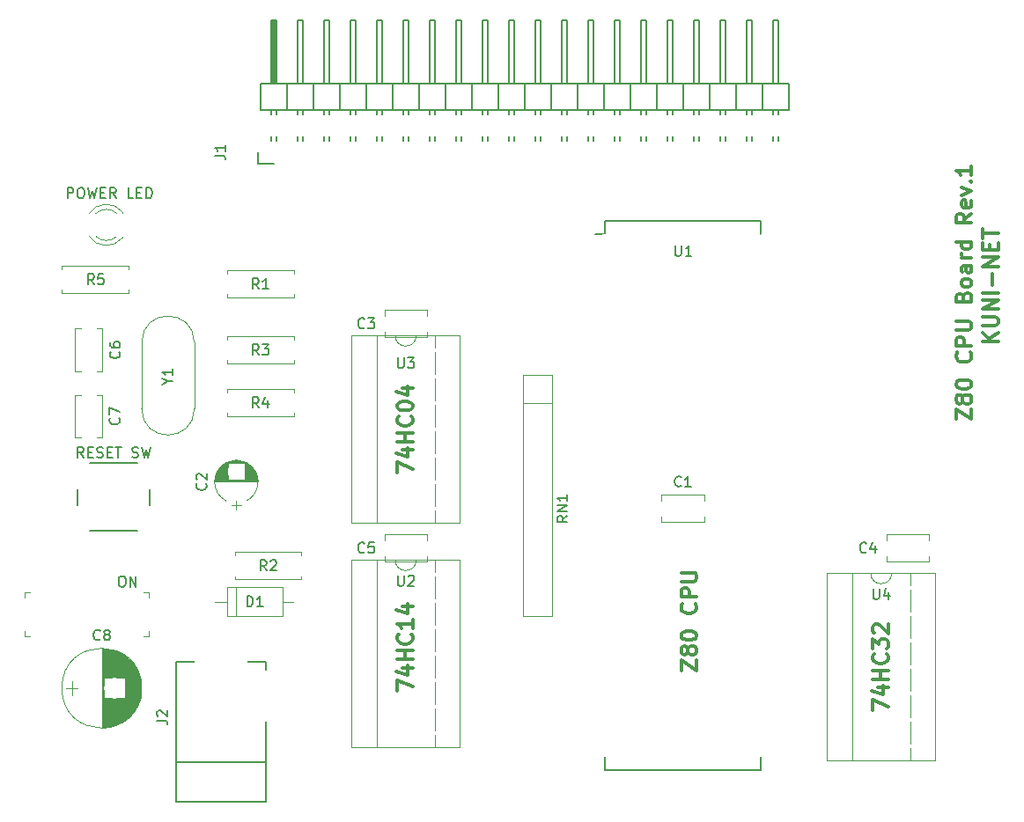
<source format=gto>
G04 #@! TF.FileFunction,Legend,Top*
%FSLAX46Y46*%
G04 Gerber Fmt 4.6, Leading zero omitted, Abs format (unit mm)*
G04 Created by KiCad (PCBNEW 4.0.7) date *
%MOMM*%
%LPD*%
G01*
G04 APERTURE LIST*
%ADD10C,0.100000*%
%ADD11C,0.300000*%
%ADD12C,0.120000*%
%ADD13C,0.150000*%
%ADD14C,2.000000*%
%ADD15R,1.600000X1.600000*%
%ADD16C,1.600000*%
%ADD17R,2.000000X2.000000*%
%ADD18R,2.600000X2.600000*%
%ADD19O,2.600000X2.600000*%
%ADD20R,2.127200X2.127200*%
%ADD21O,2.127200X2.127200*%
%ADD22C,5.200600*%
%ADD23R,5.200600X5.200600*%
%ADD24O,2.000000X2.000000*%
%ADD25R,2.300000X2.300000*%
%ADD26C,2.300000*%
%ADD27C,2.400000*%
%ADD28C,1.900000*%
%ADD29C,3.600000*%
%ADD30R,2.200000X2.200000*%
%ADD31C,2.200000*%
G04 APERTURE END LIST*
D10*
D11*
X157053571Y-95545713D02*
X157053571Y-94545713D01*
X158553571Y-95545713D01*
X158553571Y-94545713D01*
X157696429Y-93759999D02*
X157625000Y-93902857D01*
X157553571Y-93974285D01*
X157410714Y-94045714D01*
X157339286Y-94045714D01*
X157196429Y-93974285D01*
X157125000Y-93902857D01*
X157053571Y-93759999D01*
X157053571Y-93474285D01*
X157125000Y-93331428D01*
X157196429Y-93259999D01*
X157339286Y-93188571D01*
X157410714Y-93188571D01*
X157553571Y-93259999D01*
X157625000Y-93331428D01*
X157696429Y-93474285D01*
X157696429Y-93759999D01*
X157767857Y-93902857D01*
X157839286Y-93974285D01*
X157982143Y-94045714D01*
X158267857Y-94045714D01*
X158410714Y-93974285D01*
X158482143Y-93902857D01*
X158553571Y-93759999D01*
X158553571Y-93474285D01*
X158482143Y-93331428D01*
X158410714Y-93259999D01*
X158267857Y-93188571D01*
X157982143Y-93188571D01*
X157839286Y-93259999D01*
X157767857Y-93331428D01*
X157696429Y-93474285D01*
X157053571Y-92260000D02*
X157053571Y-92117143D01*
X157125000Y-91974286D01*
X157196429Y-91902857D01*
X157339286Y-91831428D01*
X157625000Y-91760000D01*
X157982143Y-91760000D01*
X158267857Y-91831428D01*
X158410714Y-91902857D01*
X158482143Y-91974286D01*
X158553571Y-92117143D01*
X158553571Y-92260000D01*
X158482143Y-92402857D01*
X158410714Y-92474286D01*
X158267857Y-92545714D01*
X157982143Y-92617143D01*
X157625000Y-92617143D01*
X157339286Y-92545714D01*
X157196429Y-92474286D01*
X157125000Y-92402857D01*
X157053571Y-92260000D01*
X158410714Y-89117143D02*
X158482143Y-89188572D01*
X158553571Y-89402858D01*
X158553571Y-89545715D01*
X158482143Y-89760000D01*
X158339286Y-89902858D01*
X158196429Y-89974286D01*
X157910714Y-90045715D01*
X157696429Y-90045715D01*
X157410714Y-89974286D01*
X157267857Y-89902858D01*
X157125000Y-89760000D01*
X157053571Y-89545715D01*
X157053571Y-89402858D01*
X157125000Y-89188572D01*
X157196429Y-89117143D01*
X158553571Y-88474286D02*
X157053571Y-88474286D01*
X157053571Y-87902858D01*
X157125000Y-87760000D01*
X157196429Y-87688572D01*
X157339286Y-87617143D01*
X157553571Y-87617143D01*
X157696429Y-87688572D01*
X157767857Y-87760000D01*
X157839286Y-87902858D01*
X157839286Y-88474286D01*
X157053571Y-86974286D02*
X158267857Y-86974286D01*
X158410714Y-86902858D01*
X158482143Y-86831429D01*
X158553571Y-86688572D01*
X158553571Y-86402858D01*
X158482143Y-86260000D01*
X158410714Y-86188572D01*
X158267857Y-86117143D01*
X157053571Y-86117143D01*
X157767857Y-83760000D02*
X157839286Y-83545714D01*
X157910714Y-83474286D01*
X158053571Y-83402857D01*
X158267857Y-83402857D01*
X158410714Y-83474286D01*
X158482143Y-83545714D01*
X158553571Y-83688572D01*
X158553571Y-84260000D01*
X157053571Y-84260000D01*
X157053571Y-83760000D01*
X157125000Y-83617143D01*
X157196429Y-83545714D01*
X157339286Y-83474286D01*
X157482143Y-83474286D01*
X157625000Y-83545714D01*
X157696429Y-83617143D01*
X157767857Y-83760000D01*
X157767857Y-84260000D01*
X158553571Y-82545714D02*
X158482143Y-82688572D01*
X158410714Y-82760000D01*
X158267857Y-82831429D01*
X157839286Y-82831429D01*
X157696429Y-82760000D01*
X157625000Y-82688572D01*
X157553571Y-82545714D01*
X157553571Y-82331429D01*
X157625000Y-82188572D01*
X157696429Y-82117143D01*
X157839286Y-82045714D01*
X158267857Y-82045714D01*
X158410714Y-82117143D01*
X158482143Y-82188572D01*
X158553571Y-82331429D01*
X158553571Y-82545714D01*
X158553571Y-80760000D02*
X157767857Y-80760000D01*
X157625000Y-80831429D01*
X157553571Y-80974286D01*
X157553571Y-81260000D01*
X157625000Y-81402857D01*
X158482143Y-80760000D02*
X158553571Y-80902857D01*
X158553571Y-81260000D01*
X158482143Y-81402857D01*
X158339286Y-81474286D01*
X158196429Y-81474286D01*
X158053571Y-81402857D01*
X157982143Y-81260000D01*
X157982143Y-80902857D01*
X157910714Y-80760000D01*
X158553571Y-80045714D02*
X157553571Y-80045714D01*
X157839286Y-80045714D02*
X157696429Y-79974286D01*
X157625000Y-79902857D01*
X157553571Y-79760000D01*
X157553571Y-79617143D01*
X158553571Y-78474286D02*
X157053571Y-78474286D01*
X158482143Y-78474286D02*
X158553571Y-78617143D01*
X158553571Y-78902857D01*
X158482143Y-79045715D01*
X158410714Y-79117143D01*
X158267857Y-79188572D01*
X157839286Y-79188572D01*
X157696429Y-79117143D01*
X157625000Y-79045715D01*
X157553571Y-78902857D01*
X157553571Y-78617143D01*
X157625000Y-78474286D01*
X158553571Y-75760000D02*
X157839286Y-76260000D01*
X158553571Y-76617143D02*
X157053571Y-76617143D01*
X157053571Y-76045715D01*
X157125000Y-75902857D01*
X157196429Y-75831429D01*
X157339286Y-75760000D01*
X157553571Y-75760000D01*
X157696429Y-75831429D01*
X157767857Y-75902857D01*
X157839286Y-76045715D01*
X157839286Y-76617143D01*
X158482143Y-74545715D02*
X158553571Y-74688572D01*
X158553571Y-74974286D01*
X158482143Y-75117143D01*
X158339286Y-75188572D01*
X157767857Y-75188572D01*
X157625000Y-75117143D01*
X157553571Y-74974286D01*
X157553571Y-74688572D01*
X157625000Y-74545715D01*
X157767857Y-74474286D01*
X157910714Y-74474286D01*
X158053571Y-75188572D01*
X157553571Y-73974286D02*
X158553571Y-73617143D01*
X157553571Y-73260001D01*
X158410714Y-72688572D02*
X158482143Y-72617144D01*
X158553571Y-72688572D01*
X158482143Y-72760001D01*
X158410714Y-72688572D01*
X158553571Y-72688572D01*
X158553571Y-71188572D02*
X158553571Y-72045715D01*
X158553571Y-71617143D02*
X157053571Y-71617143D01*
X157267857Y-71760000D01*
X157410714Y-71902858D01*
X157482143Y-72045715D01*
X161103571Y-88045715D02*
X159603571Y-88045715D01*
X161103571Y-87188572D02*
X160246429Y-87831429D01*
X159603571Y-87188572D02*
X160460714Y-88045715D01*
X159603571Y-86545715D02*
X160817857Y-86545715D01*
X160960714Y-86474287D01*
X161032143Y-86402858D01*
X161103571Y-86260001D01*
X161103571Y-85974287D01*
X161032143Y-85831429D01*
X160960714Y-85760001D01*
X160817857Y-85688572D01*
X159603571Y-85688572D01*
X161103571Y-84974286D02*
X159603571Y-84974286D01*
X161103571Y-84117143D01*
X159603571Y-84117143D01*
X161103571Y-83402857D02*
X159603571Y-83402857D01*
X160532143Y-82688571D02*
X160532143Y-81545714D01*
X161103571Y-80831428D02*
X159603571Y-80831428D01*
X161103571Y-79974285D01*
X159603571Y-79974285D01*
X160317857Y-79259999D02*
X160317857Y-78759999D01*
X161103571Y-78545713D02*
X161103571Y-79259999D01*
X159603571Y-79259999D01*
X159603571Y-78545713D01*
X159603571Y-78117142D02*
X159603571Y-77259999D01*
X161103571Y-77688570D02*
X159603571Y-77688570D01*
X103318571Y-100698570D02*
X103318571Y-99698570D01*
X104818571Y-100341427D01*
X103818571Y-98484285D02*
X104818571Y-98484285D01*
X103247143Y-98841428D02*
X104318571Y-99198571D01*
X104318571Y-98269999D01*
X104818571Y-97698571D02*
X103318571Y-97698571D01*
X104032857Y-97698571D02*
X104032857Y-96841428D01*
X104818571Y-96841428D02*
X103318571Y-96841428D01*
X104675714Y-95269999D02*
X104747143Y-95341428D01*
X104818571Y-95555714D01*
X104818571Y-95698571D01*
X104747143Y-95912856D01*
X104604286Y-96055714D01*
X104461429Y-96127142D01*
X104175714Y-96198571D01*
X103961429Y-96198571D01*
X103675714Y-96127142D01*
X103532857Y-96055714D01*
X103390000Y-95912856D01*
X103318571Y-95698571D01*
X103318571Y-95555714D01*
X103390000Y-95341428D01*
X103461429Y-95269999D01*
X103318571Y-94341428D02*
X103318571Y-94198571D01*
X103390000Y-94055714D01*
X103461429Y-93984285D01*
X103604286Y-93912856D01*
X103890000Y-93841428D01*
X104247143Y-93841428D01*
X104532857Y-93912856D01*
X104675714Y-93984285D01*
X104747143Y-94055714D01*
X104818571Y-94198571D01*
X104818571Y-94341428D01*
X104747143Y-94484285D01*
X104675714Y-94555714D01*
X104532857Y-94627142D01*
X104247143Y-94698571D01*
X103890000Y-94698571D01*
X103604286Y-94627142D01*
X103461429Y-94555714D01*
X103390000Y-94484285D01*
X103318571Y-94341428D01*
X103818571Y-92555714D02*
X104818571Y-92555714D01*
X103247143Y-92912857D02*
X104318571Y-93270000D01*
X104318571Y-92341428D01*
X149038571Y-123558570D02*
X149038571Y-122558570D01*
X150538571Y-123201427D01*
X149538571Y-121344285D02*
X150538571Y-121344285D01*
X148967143Y-121701428D02*
X150038571Y-122058571D01*
X150038571Y-121129999D01*
X150538571Y-120558571D02*
X149038571Y-120558571D01*
X149752857Y-120558571D02*
X149752857Y-119701428D01*
X150538571Y-119701428D02*
X149038571Y-119701428D01*
X150395714Y-118129999D02*
X150467143Y-118201428D01*
X150538571Y-118415714D01*
X150538571Y-118558571D01*
X150467143Y-118772856D01*
X150324286Y-118915714D01*
X150181429Y-118987142D01*
X149895714Y-119058571D01*
X149681429Y-119058571D01*
X149395714Y-118987142D01*
X149252857Y-118915714D01*
X149110000Y-118772856D01*
X149038571Y-118558571D01*
X149038571Y-118415714D01*
X149110000Y-118201428D01*
X149181429Y-118129999D01*
X149038571Y-117629999D02*
X149038571Y-116701428D01*
X149610000Y-117201428D01*
X149610000Y-116987142D01*
X149681429Y-116844285D01*
X149752857Y-116772856D01*
X149895714Y-116701428D01*
X150252857Y-116701428D01*
X150395714Y-116772856D01*
X150467143Y-116844285D01*
X150538571Y-116987142D01*
X150538571Y-117415714D01*
X150467143Y-117558571D01*
X150395714Y-117629999D01*
X149181429Y-116130000D02*
X149110000Y-116058571D01*
X149038571Y-115915714D01*
X149038571Y-115558571D01*
X149110000Y-115415714D01*
X149181429Y-115344285D01*
X149324286Y-115272857D01*
X149467143Y-115272857D01*
X149681429Y-115344285D01*
X150538571Y-116201428D01*
X150538571Y-115272857D01*
X130623571Y-119720713D02*
X130623571Y-118720713D01*
X132123571Y-119720713D01*
X132123571Y-118720713D01*
X131266429Y-117934999D02*
X131195000Y-118077857D01*
X131123571Y-118149285D01*
X130980714Y-118220714D01*
X130909286Y-118220714D01*
X130766429Y-118149285D01*
X130695000Y-118077857D01*
X130623571Y-117934999D01*
X130623571Y-117649285D01*
X130695000Y-117506428D01*
X130766429Y-117434999D01*
X130909286Y-117363571D01*
X130980714Y-117363571D01*
X131123571Y-117434999D01*
X131195000Y-117506428D01*
X131266429Y-117649285D01*
X131266429Y-117934999D01*
X131337857Y-118077857D01*
X131409286Y-118149285D01*
X131552143Y-118220714D01*
X131837857Y-118220714D01*
X131980714Y-118149285D01*
X132052143Y-118077857D01*
X132123571Y-117934999D01*
X132123571Y-117649285D01*
X132052143Y-117506428D01*
X131980714Y-117434999D01*
X131837857Y-117363571D01*
X131552143Y-117363571D01*
X131409286Y-117434999D01*
X131337857Y-117506428D01*
X131266429Y-117649285D01*
X130623571Y-116435000D02*
X130623571Y-116292143D01*
X130695000Y-116149286D01*
X130766429Y-116077857D01*
X130909286Y-116006428D01*
X131195000Y-115935000D01*
X131552143Y-115935000D01*
X131837857Y-116006428D01*
X131980714Y-116077857D01*
X132052143Y-116149286D01*
X132123571Y-116292143D01*
X132123571Y-116435000D01*
X132052143Y-116577857D01*
X131980714Y-116649286D01*
X131837857Y-116720714D01*
X131552143Y-116792143D01*
X131195000Y-116792143D01*
X130909286Y-116720714D01*
X130766429Y-116649286D01*
X130695000Y-116577857D01*
X130623571Y-116435000D01*
X131980714Y-113292143D02*
X132052143Y-113363572D01*
X132123571Y-113577858D01*
X132123571Y-113720715D01*
X132052143Y-113935000D01*
X131909286Y-114077858D01*
X131766429Y-114149286D01*
X131480714Y-114220715D01*
X131266429Y-114220715D01*
X130980714Y-114149286D01*
X130837857Y-114077858D01*
X130695000Y-113935000D01*
X130623571Y-113720715D01*
X130623571Y-113577858D01*
X130695000Y-113363572D01*
X130766429Y-113292143D01*
X132123571Y-112649286D02*
X130623571Y-112649286D01*
X130623571Y-112077858D01*
X130695000Y-111935000D01*
X130766429Y-111863572D01*
X130909286Y-111792143D01*
X131123571Y-111792143D01*
X131266429Y-111863572D01*
X131337857Y-111935000D01*
X131409286Y-112077858D01*
X131409286Y-112649286D01*
X130623571Y-111149286D02*
X131837857Y-111149286D01*
X131980714Y-111077858D01*
X132052143Y-111006429D01*
X132123571Y-110863572D01*
X132123571Y-110577858D01*
X132052143Y-110435000D01*
X131980714Y-110363572D01*
X131837857Y-110292143D01*
X130623571Y-110292143D01*
X103318571Y-121653570D02*
X103318571Y-120653570D01*
X104818571Y-121296427D01*
X103818571Y-119439285D02*
X104818571Y-119439285D01*
X103247143Y-119796428D02*
X104318571Y-120153571D01*
X104318571Y-119224999D01*
X104818571Y-118653571D02*
X103318571Y-118653571D01*
X104032857Y-118653571D02*
X104032857Y-117796428D01*
X104818571Y-117796428D02*
X103318571Y-117796428D01*
X104675714Y-116224999D02*
X104747143Y-116296428D01*
X104818571Y-116510714D01*
X104818571Y-116653571D01*
X104747143Y-116867856D01*
X104604286Y-117010714D01*
X104461429Y-117082142D01*
X104175714Y-117153571D01*
X103961429Y-117153571D01*
X103675714Y-117082142D01*
X103532857Y-117010714D01*
X103390000Y-116867856D01*
X103318571Y-116653571D01*
X103318571Y-116510714D01*
X103390000Y-116296428D01*
X103461429Y-116224999D01*
X104818571Y-114796428D02*
X104818571Y-115653571D01*
X104818571Y-115224999D02*
X103318571Y-115224999D01*
X103532857Y-115367856D01*
X103675714Y-115510714D01*
X103747143Y-115653571D01*
X103818571Y-113510714D02*
X104818571Y-113510714D01*
X103247143Y-113867857D02*
X104318571Y-114225000D01*
X104318571Y-113296428D01*
D12*
X128730000Y-102830000D02*
X132850000Y-102830000D01*
X128730000Y-105450000D02*
X132850000Y-105450000D01*
X128730000Y-102830000D02*
X128730000Y-103390000D01*
X128730000Y-104890000D02*
X128730000Y-105450000D01*
X132850000Y-102830000D02*
X132850000Y-103390000D01*
X132850000Y-104890000D02*
X132850000Y-105450000D01*
X86870830Y-99713564D02*
G75*
G03X86870000Y-103405996I979170J-1846436D01*
G01*
X88829170Y-99713564D02*
G75*
G02X88830000Y-103405996I-979170J-1846436D01*
G01*
X88829170Y-99713564D02*
G75*
G03X86870000Y-99714004I-979170J-1846436D01*
G01*
X85800000Y-101560000D02*
X89900000Y-101560000D01*
X85800000Y-101520000D02*
X89900000Y-101520000D01*
X85801000Y-101480000D02*
X89899000Y-101480000D01*
X85803000Y-101440000D02*
X89897000Y-101440000D01*
X85806000Y-101400000D02*
X89894000Y-101400000D01*
X85809000Y-101360000D02*
X89891000Y-101360000D01*
X85813000Y-101320000D02*
X87070000Y-101320000D01*
X88630000Y-101320000D02*
X89887000Y-101320000D01*
X85818000Y-101280000D02*
X87070000Y-101280000D01*
X88630000Y-101280000D02*
X89882000Y-101280000D01*
X85824000Y-101240000D02*
X87070000Y-101240000D01*
X88630000Y-101240000D02*
X89876000Y-101240000D01*
X85831000Y-101200000D02*
X87070000Y-101200000D01*
X88630000Y-101200000D02*
X89869000Y-101200000D01*
X85838000Y-101160000D02*
X87070000Y-101160000D01*
X88630000Y-101160000D02*
X89862000Y-101160000D01*
X85846000Y-101120000D02*
X87070000Y-101120000D01*
X88630000Y-101120000D02*
X89854000Y-101120000D01*
X85855000Y-101080000D02*
X87070000Y-101080000D01*
X88630000Y-101080000D02*
X89845000Y-101080000D01*
X85865000Y-101040000D02*
X87070000Y-101040000D01*
X88630000Y-101040000D02*
X89835000Y-101040000D01*
X85876000Y-101000000D02*
X87070000Y-101000000D01*
X88630000Y-101000000D02*
X89824000Y-101000000D01*
X85887000Y-100960000D02*
X87070000Y-100960000D01*
X88630000Y-100960000D02*
X89813000Y-100960000D01*
X85900000Y-100920000D02*
X87070000Y-100920000D01*
X88630000Y-100920000D02*
X89800000Y-100920000D01*
X85913000Y-100880000D02*
X87070000Y-100880000D01*
X88630000Y-100880000D02*
X89787000Y-100880000D01*
X85927000Y-100839000D02*
X87070000Y-100839000D01*
X88630000Y-100839000D02*
X89773000Y-100839000D01*
X85943000Y-100799000D02*
X87070000Y-100799000D01*
X88630000Y-100799000D02*
X89757000Y-100799000D01*
X85959000Y-100759000D02*
X87070000Y-100759000D01*
X88630000Y-100759000D02*
X89741000Y-100759000D01*
X85976000Y-100719000D02*
X87070000Y-100719000D01*
X88630000Y-100719000D02*
X89724000Y-100719000D01*
X85994000Y-100679000D02*
X87070000Y-100679000D01*
X88630000Y-100679000D02*
X89706000Y-100679000D01*
X86013000Y-100639000D02*
X87070000Y-100639000D01*
X88630000Y-100639000D02*
X89687000Y-100639000D01*
X86033000Y-100599000D02*
X87070000Y-100599000D01*
X88630000Y-100599000D02*
X89667000Y-100599000D01*
X86054000Y-100559000D02*
X87070000Y-100559000D01*
X88630000Y-100559000D02*
X89646000Y-100559000D01*
X86077000Y-100519000D02*
X87070000Y-100519000D01*
X88630000Y-100519000D02*
X89623000Y-100519000D01*
X86100000Y-100479000D02*
X87070000Y-100479000D01*
X88630000Y-100479000D02*
X89600000Y-100479000D01*
X86125000Y-100439000D02*
X87070000Y-100439000D01*
X88630000Y-100439000D02*
X89575000Y-100439000D01*
X86151000Y-100399000D02*
X87070000Y-100399000D01*
X88630000Y-100399000D02*
X89549000Y-100399000D01*
X86178000Y-100359000D02*
X87070000Y-100359000D01*
X88630000Y-100359000D02*
X89522000Y-100359000D01*
X86207000Y-100319000D02*
X87070000Y-100319000D01*
X88630000Y-100319000D02*
X89493000Y-100319000D01*
X86237000Y-100279000D02*
X87070000Y-100279000D01*
X88630000Y-100279000D02*
X89463000Y-100279000D01*
X86269000Y-100239000D02*
X87070000Y-100239000D01*
X88630000Y-100239000D02*
X89431000Y-100239000D01*
X86303000Y-100199000D02*
X87070000Y-100199000D01*
X88630000Y-100199000D02*
X89397000Y-100199000D01*
X86338000Y-100159000D02*
X87070000Y-100159000D01*
X88630000Y-100159000D02*
X89362000Y-100159000D01*
X86375000Y-100119000D02*
X87070000Y-100119000D01*
X88630000Y-100119000D02*
X89325000Y-100119000D01*
X86414000Y-100079000D02*
X87070000Y-100079000D01*
X88630000Y-100079000D02*
X89286000Y-100079000D01*
X86455000Y-100039000D02*
X87070000Y-100039000D01*
X88630000Y-100039000D02*
X89245000Y-100039000D01*
X86499000Y-99999000D02*
X87070000Y-99999000D01*
X88630000Y-99999000D02*
X89201000Y-99999000D01*
X86545000Y-99959000D02*
X87070000Y-99959000D01*
X88630000Y-99959000D02*
X89155000Y-99959000D01*
X86594000Y-99919000D02*
X87070000Y-99919000D01*
X88630000Y-99919000D02*
X89106000Y-99919000D01*
X86646000Y-99879000D02*
X87070000Y-99879000D01*
X88630000Y-99879000D02*
X89054000Y-99879000D01*
X86702000Y-99839000D02*
X87070000Y-99839000D01*
X88630000Y-99839000D02*
X88998000Y-99839000D01*
X86762000Y-99799000D02*
X87070000Y-99799000D01*
X88630000Y-99799000D02*
X88938000Y-99799000D01*
X86827000Y-99759000D02*
X88873000Y-99759000D01*
X86898000Y-99719000D02*
X88802000Y-99719000D01*
X86976000Y-99679000D02*
X88724000Y-99679000D01*
X87064000Y-99639000D02*
X88636000Y-99639000D01*
X87164000Y-99599000D02*
X88536000Y-99599000D01*
X87283000Y-99559000D02*
X88417000Y-99559000D01*
X87435000Y-99519000D02*
X88265000Y-99519000D01*
X87685000Y-99479000D02*
X88015000Y-99479000D01*
X87850000Y-104260000D02*
X87850000Y-103360000D01*
X87400000Y-103810000D02*
X88300000Y-103810000D01*
X106220000Y-87670000D02*
X102100000Y-87670000D01*
X106220000Y-85050000D02*
X102100000Y-85050000D01*
X106220000Y-87670000D02*
X106220000Y-87110000D01*
X106220000Y-85610000D02*
X106220000Y-85050000D01*
X102100000Y-87670000D02*
X102100000Y-87110000D01*
X102100000Y-85610000D02*
X102100000Y-85050000D01*
X154480000Y-109260000D02*
X150360000Y-109260000D01*
X154480000Y-106640000D02*
X150360000Y-106640000D01*
X154480000Y-109260000D02*
X154480000Y-108700000D01*
X154480000Y-107200000D02*
X154480000Y-106640000D01*
X150360000Y-109260000D02*
X150360000Y-108700000D01*
X150360000Y-107200000D02*
X150360000Y-106640000D01*
X106220000Y-109260000D02*
X102100000Y-109260000D01*
X106220000Y-106640000D02*
X102100000Y-106640000D01*
X106220000Y-109260000D02*
X106220000Y-108700000D01*
X106220000Y-107200000D02*
X106220000Y-106640000D01*
X102100000Y-109260000D02*
X102100000Y-108700000D01*
X102100000Y-107200000D02*
X102100000Y-106640000D01*
X74970000Y-86820000D02*
X74970000Y-90940000D01*
X72350000Y-86820000D02*
X72350000Y-90940000D01*
X74970000Y-86820000D02*
X74410000Y-86820000D01*
X72910000Y-86820000D02*
X72350000Y-86820000D01*
X74970000Y-90940000D02*
X74410000Y-90940000D01*
X72910000Y-90940000D02*
X72350000Y-90940000D01*
X72350000Y-97330000D02*
X72350000Y-93210000D01*
X74970000Y-97330000D02*
X74970000Y-93210000D01*
X72350000Y-97330000D02*
X72910000Y-97330000D01*
X74410000Y-97330000D02*
X74970000Y-97330000D01*
X72350000Y-93210000D02*
X72910000Y-93210000D01*
X74410000Y-93210000D02*
X74970000Y-93210000D01*
X78750000Y-121412000D02*
G75*
G03X78750000Y-121412000I-3840000J0D01*
G01*
X74910000Y-117612000D02*
X74910000Y-125212000D01*
X74950000Y-117612000D02*
X74950000Y-125212000D01*
X74990000Y-117612000D02*
X74990000Y-125212000D01*
X75030000Y-117613000D02*
X75030000Y-125211000D01*
X75070000Y-117615000D02*
X75070000Y-125209000D01*
X75110000Y-117617000D02*
X75110000Y-125207000D01*
X75150000Y-117619000D02*
X75150000Y-125205000D01*
X75190000Y-117622000D02*
X75190000Y-120432000D01*
X75190000Y-122392000D02*
X75190000Y-125202000D01*
X75230000Y-117625000D02*
X75230000Y-120432000D01*
X75230000Y-122392000D02*
X75230000Y-125199000D01*
X75270000Y-117628000D02*
X75270000Y-120432000D01*
X75270000Y-122392000D02*
X75270000Y-125196000D01*
X75310000Y-117632000D02*
X75310000Y-120432000D01*
X75310000Y-122392000D02*
X75310000Y-125192000D01*
X75350000Y-117637000D02*
X75350000Y-120432000D01*
X75350000Y-122392000D02*
X75350000Y-125187000D01*
X75390000Y-117642000D02*
X75390000Y-120432000D01*
X75390000Y-122392000D02*
X75390000Y-125182000D01*
X75430000Y-117647000D02*
X75430000Y-120432000D01*
X75430000Y-122392000D02*
X75430000Y-125177000D01*
X75470000Y-117653000D02*
X75470000Y-120432000D01*
X75470000Y-122392000D02*
X75470000Y-125171000D01*
X75510000Y-117659000D02*
X75510000Y-120432000D01*
X75510000Y-122392000D02*
X75510000Y-125165000D01*
X75550000Y-117665000D02*
X75550000Y-120432000D01*
X75550000Y-122392000D02*
X75550000Y-125159000D01*
X75590000Y-117672000D02*
X75590000Y-120432000D01*
X75590000Y-122392000D02*
X75590000Y-125152000D01*
X75631000Y-117680000D02*
X75631000Y-120432000D01*
X75631000Y-122392000D02*
X75631000Y-125144000D01*
X75671000Y-117687000D02*
X75671000Y-120432000D01*
X75671000Y-122392000D02*
X75671000Y-125137000D01*
X75711000Y-117696000D02*
X75711000Y-120432000D01*
X75711000Y-122392000D02*
X75711000Y-125128000D01*
X75751000Y-117705000D02*
X75751000Y-120432000D01*
X75751000Y-122392000D02*
X75751000Y-125119000D01*
X75791000Y-117714000D02*
X75791000Y-120432000D01*
X75791000Y-122392000D02*
X75791000Y-125110000D01*
X75831000Y-117723000D02*
X75831000Y-120432000D01*
X75831000Y-122392000D02*
X75831000Y-125101000D01*
X75871000Y-117733000D02*
X75871000Y-120432000D01*
X75871000Y-122392000D02*
X75871000Y-125091000D01*
X75911000Y-117744000D02*
X75911000Y-120432000D01*
X75911000Y-122392000D02*
X75911000Y-125080000D01*
X75951000Y-117755000D02*
X75951000Y-120432000D01*
X75951000Y-122392000D02*
X75951000Y-125069000D01*
X75991000Y-117767000D02*
X75991000Y-120432000D01*
X75991000Y-122392000D02*
X75991000Y-125057000D01*
X76031000Y-117778000D02*
X76031000Y-120432000D01*
X76031000Y-122392000D02*
X76031000Y-125046000D01*
X76071000Y-117791000D02*
X76071000Y-120432000D01*
X76071000Y-122392000D02*
X76071000Y-125033000D01*
X76111000Y-117804000D02*
X76111000Y-120432000D01*
X76111000Y-122392000D02*
X76111000Y-125020000D01*
X76151000Y-117817000D02*
X76151000Y-120432000D01*
X76151000Y-122392000D02*
X76151000Y-125007000D01*
X76191000Y-117831000D02*
X76191000Y-120432000D01*
X76191000Y-122392000D02*
X76191000Y-124993000D01*
X76231000Y-117846000D02*
X76231000Y-120432000D01*
X76231000Y-122392000D02*
X76231000Y-124978000D01*
X76271000Y-117860000D02*
X76271000Y-120432000D01*
X76271000Y-122392000D02*
X76271000Y-124964000D01*
X76311000Y-117876000D02*
X76311000Y-120432000D01*
X76311000Y-122392000D02*
X76311000Y-124948000D01*
X76351000Y-117892000D02*
X76351000Y-120432000D01*
X76351000Y-122392000D02*
X76351000Y-124932000D01*
X76391000Y-117908000D02*
X76391000Y-120432000D01*
X76391000Y-122392000D02*
X76391000Y-124916000D01*
X76431000Y-117925000D02*
X76431000Y-120432000D01*
X76431000Y-122392000D02*
X76431000Y-124899000D01*
X76471000Y-117943000D02*
X76471000Y-120432000D01*
X76471000Y-122392000D02*
X76471000Y-124881000D01*
X76511000Y-117961000D02*
X76511000Y-120432000D01*
X76511000Y-122392000D02*
X76511000Y-124863000D01*
X76551000Y-117979000D02*
X76551000Y-120432000D01*
X76551000Y-122392000D02*
X76551000Y-124845000D01*
X76591000Y-117999000D02*
X76591000Y-120432000D01*
X76591000Y-122392000D02*
X76591000Y-124825000D01*
X76631000Y-118018000D02*
X76631000Y-120432000D01*
X76631000Y-122392000D02*
X76631000Y-124806000D01*
X76671000Y-118039000D02*
X76671000Y-120432000D01*
X76671000Y-122392000D02*
X76671000Y-124785000D01*
X76711000Y-118060000D02*
X76711000Y-120432000D01*
X76711000Y-122392000D02*
X76711000Y-124764000D01*
X76751000Y-118081000D02*
X76751000Y-120432000D01*
X76751000Y-122392000D02*
X76751000Y-124743000D01*
X76791000Y-118103000D02*
X76791000Y-120432000D01*
X76791000Y-122392000D02*
X76791000Y-124721000D01*
X76831000Y-118126000D02*
X76831000Y-120432000D01*
X76831000Y-122392000D02*
X76831000Y-124698000D01*
X76871000Y-118149000D02*
X76871000Y-120432000D01*
X76871000Y-122392000D02*
X76871000Y-124675000D01*
X76911000Y-118173000D02*
X76911000Y-120432000D01*
X76911000Y-122392000D02*
X76911000Y-124651000D01*
X76951000Y-118198000D02*
X76951000Y-120432000D01*
X76951000Y-122392000D02*
X76951000Y-124626000D01*
X76991000Y-118224000D02*
X76991000Y-120432000D01*
X76991000Y-122392000D02*
X76991000Y-124600000D01*
X77031000Y-118250000D02*
X77031000Y-120432000D01*
X77031000Y-122392000D02*
X77031000Y-124574000D01*
X77071000Y-118277000D02*
X77071000Y-120432000D01*
X77071000Y-122392000D02*
X77071000Y-124547000D01*
X77111000Y-118304000D02*
X77111000Y-120432000D01*
X77111000Y-122392000D02*
X77111000Y-124520000D01*
X77151000Y-118333000D02*
X77151000Y-124491000D01*
X77191000Y-118362000D02*
X77191000Y-124462000D01*
X77231000Y-118392000D02*
X77231000Y-124432000D01*
X77271000Y-118422000D02*
X77271000Y-124402000D01*
X77311000Y-118454000D02*
X77311000Y-124370000D01*
X77351000Y-118486000D02*
X77351000Y-124338000D01*
X77391000Y-118520000D02*
X77391000Y-124304000D01*
X77431000Y-118554000D02*
X77431000Y-124270000D01*
X77471000Y-118589000D02*
X77471000Y-124235000D01*
X77511000Y-118626000D02*
X77511000Y-124198000D01*
X77551000Y-118663000D02*
X77551000Y-124161000D01*
X77591000Y-118701000D02*
X77591000Y-124123000D01*
X77631000Y-118741000D02*
X77631000Y-124083000D01*
X77671000Y-118782000D02*
X77671000Y-124042000D01*
X77711000Y-118824000D02*
X77711000Y-124000000D01*
X77751000Y-118867000D02*
X77751000Y-123957000D01*
X77791000Y-118912000D02*
X77791000Y-123912000D01*
X77831000Y-118958000D02*
X77831000Y-123866000D01*
X77871000Y-119005000D02*
X77871000Y-123819000D01*
X77911000Y-119055000D02*
X77911000Y-123769000D01*
X77951000Y-119105000D02*
X77951000Y-123719000D01*
X77991000Y-119158000D02*
X77991000Y-123666000D01*
X78031000Y-119213000D02*
X78031000Y-123611000D01*
X78071000Y-119270000D02*
X78071000Y-123554000D01*
X78111000Y-119329000D02*
X78111000Y-123495000D01*
X78151000Y-119390000D02*
X78151000Y-123434000D01*
X78191000Y-119455000D02*
X78191000Y-123369000D01*
X78231000Y-119522000D02*
X78231000Y-123302000D01*
X78271000Y-119592000D02*
X78271000Y-123232000D01*
X78311000Y-119667000D02*
X78311000Y-123157000D01*
X78351000Y-119745000D02*
X78351000Y-123079000D01*
X78391000Y-119828000D02*
X78391000Y-122996000D01*
X78431000Y-119917000D02*
X78431000Y-122907000D01*
X78471000Y-120012000D02*
X78471000Y-122812000D01*
X78511000Y-120115000D02*
X78511000Y-122709000D01*
X78551000Y-120228000D02*
X78551000Y-122596000D01*
X78591000Y-120355000D02*
X78591000Y-122469000D01*
X78631000Y-120499000D02*
X78631000Y-122325000D01*
X78671000Y-120672000D02*
X78671000Y-122152000D01*
X78711000Y-120899000D02*
X78711000Y-121925000D01*
X71460000Y-121412000D02*
X72660000Y-121412000D01*
X72060000Y-120762000D02*
X72060000Y-122062000D01*
X86960000Y-111700000D02*
X86960000Y-114520000D01*
X86960000Y-114520000D02*
X92280000Y-114520000D01*
X92280000Y-114520000D02*
X92280000Y-111700000D01*
X92280000Y-111700000D02*
X86960000Y-111700000D01*
X85820000Y-113110000D02*
X86960000Y-113110000D01*
X93420000Y-113110000D02*
X92280000Y-113110000D01*
X87800000Y-111700000D02*
X87800000Y-114520000D01*
D13*
X101346000Y-68326000D02*
X101346000Y-68834000D01*
X101854000Y-68326000D02*
X101854000Y-68834000D01*
X103886000Y-68326000D02*
X103886000Y-68834000D01*
X104394000Y-68326000D02*
X104394000Y-68834000D01*
X99314000Y-68326000D02*
X99314000Y-68834000D01*
X98806000Y-68326000D02*
X98806000Y-68834000D01*
X96774000Y-68326000D02*
X96774000Y-68834000D01*
X96266000Y-68326000D02*
X96266000Y-68834000D01*
X94234000Y-68326000D02*
X94234000Y-68834000D01*
X93726000Y-68326000D02*
X93726000Y-68834000D01*
X91694000Y-68326000D02*
X91694000Y-68834000D01*
X91186000Y-68326000D02*
X91186000Y-68834000D01*
X131826000Y-68326000D02*
X131826000Y-68834000D01*
X132334000Y-68326000D02*
X132334000Y-68834000D01*
X134366000Y-68326000D02*
X134366000Y-68834000D01*
X134874000Y-68326000D02*
X134874000Y-68834000D01*
X129794000Y-68326000D02*
X129794000Y-68834000D01*
X129286000Y-68326000D02*
X129286000Y-68834000D01*
X127254000Y-68326000D02*
X127254000Y-68834000D01*
X126746000Y-68326000D02*
X126746000Y-68834000D01*
X136906000Y-68326000D02*
X136906000Y-68834000D01*
X137414000Y-68326000D02*
X137414000Y-68834000D01*
X139446000Y-68326000D02*
X139446000Y-68834000D01*
X139954000Y-68326000D02*
X139954000Y-68834000D01*
X121666000Y-68326000D02*
X121666000Y-68834000D01*
X122174000Y-68326000D02*
X122174000Y-68834000D01*
X124206000Y-68326000D02*
X124206000Y-68834000D01*
X124714000Y-68326000D02*
X124714000Y-68834000D01*
X119634000Y-68326000D02*
X119634000Y-68834000D01*
X119126000Y-68326000D02*
X119126000Y-68834000D01*
X117094000Y-68326000D02*
X117094000Y-68834000D01*
X116586000Y-68326000D02*
X116586000Y-68834000D01*
X106426000Y-68326000D02*
X106426000Y-68834000D01*
X106934000Y-68326000D02*
X106934000Y-68834000D01*
X108966000Y-68326000D02*
X108966000Y-68834000D01*
X109474000Y-68326000D02*
X109474000Y-68834000D01*
X114554000Y-68326000D02*
X114554000Y-68834000D01*
X114046000Y-68326000D02*
X114046000Y-68834000D01*
X112014000Y-68326000D02*
X112014000Y-68834000D01*
X111506000Y-68326000D02*
X111506000Y-68834000D01*
X136906000Y-65786000D02*
X136906000Y-66294000D01*
X137414000Y-65786000D02*
X137414000Y-66294000D01*
X139446000Y-65786000D02*
X139446000Y-66294000D01*
X139954000Y-65786000D02*
X139954000Y-66294000D01*
X134874000Y-65786000D02*
X134874000Y-66294000D01*
X134366000Y-65786000D02*
X134366000Y-66294000D01*
X132334000Y-65786000D02*
X132334000Y-66294000D01*
X131826000Y-65786000D02*
X131826000Y-66294000D01*
X116586000Y-65786000D02*
X116586000Y-66294000D01*
X117094000Y-65786000D02*
X117094000Y-66294000D01*
X119126000Y-65786000D02*
X119126000Y-66294000D01*
X119634000Y-65786000D02*
X119634000Y-66294000D01*
X114554000Y-65786000D02*
X114554000Y-66294000D01*
X114046000Y-65786000D02*
X114046000Y-66294000D01*
X112014000Y-65786000D02*
X112014000Y-66294000D01*
X111506000Y-65786000D02*
X111506000Y-66294000D01*
X121666000Y-65786000D02*
X121666000Y-66294000D01*
X122174000Y-65786000D02*
X122174000Y-66294000D01*
X124206000Y-65786000D02*
X124206000Y-66294000D01*
X124714000Y-65786000D02*
X124714000Y-66294000D01*
X129794000Y-65786000D02*
X129794000Y-66294000D01*
X129286000Y-65786000D02*
X129286000Y-66294000D01*
X127254000Y-65786000D02*
X127254000Y-66294000D01*
X126746000Y-65786000D02*
X126746000Y-66294000D01*
X106426000Y-65786000D02*
X106426000Y-66294000D01*
X106934000Y-65786000D02*
X106934000Y-66294000D01*
X108966000Y-65786000D02*
X108966000Y-66294000D01*
X109474000Y-65786000D02*
X109474000Y-66294000D01*
X104394000Y-65786000D02*
X104394000Y-66294000D01*
X103886000Y-65786000D02*
X103886000Y-66294000D01*
X101854000Y-65786000D02*
X101854000Y-66294000D01*
X101346000Y-65786000D02*
X101346000Y-66294000D01*
X91186000Y-65786000D02*
X91186000Y-66294000D01*
X91694000Y-65786000D02*
X91694000Y-66294000D01*
X93726000Y-65786000D02*
X93726000Y-66294000D01*
X94234000Y-65786000D02*
X94234000Y-66294000D01*
X99314000Y-65786000D02*
X99314000Y-66294000D01*
X98806000Y-65786000D02*
X98806000Y-66294000D01*
X96774000Y-65786000D02*
X96774000Y-66294000D01*
X96266000Y-65786000D02*
X96266000Y-66294000D01*
X89890000Y-69850000D02*
X89890000Y-71000000D01*
X89890000Y-71000000D02*
X91440000Y-71000000D01*
X91313000Y-63246000D02*
X91313000Y-57277000D01*
X91313000Y-57277000D02*
X91567000Y-57277000D01*
X91567000Y-57277000D02*
X91567000Y-63119000D01*
X91567000Y-63119000D02*
X91440000Y-63119000D01*
X91440000Y-63119000D02*
X91440000Y-57277000D01*
X130810000Y-65786000D02*
X130810000Y-63246000D01*
X130810000Y-65786000D02*
X133350000Y-65786000D01*
X133350000Y-65786000D02*
X133350000Y-63246000D01*
X131826000Y-63246000D02*
X131826000Y-57150000D01*
X131826000Y-57150000D02*
X132334000Y-57150000D01*
X132334000Y-57150000D02*
X132334000Y-63246000D01*
X133350000Y-63246000D02*
X130810000Y-63246000D01*
X135890000Y-63246000D02*
X133350000Y-63246000D01*
X134874000Y-57150000D02*
X134874000Y-63246000D01*
X134366000Y-57150000D02*
X134874000Y-57150000D01*
X134366000Y-63246000D02*
X134366000Y-57150000D01*
X135890000Y-65786000D02*
X135890000Y-63246000D01*
X133350000Y-65786000D02*
X135890000Y-65786000D01*
X133350000Y-65786000D02*
X133350000Y-63246000D01*
X138430000Y-65786000D02*
X138430000Y-63246000D01*
X138430000Y-65786000D02*
X140970000Y-65786000D01*
X139446000Y-63246000D02*
X139446000Y-57150000D01*
X139446000Y-57150000D02*
X139954000Y-57150000D01*
X139954000Y-57150000D02*
X139954000Y-63246000D01*
X140970000Y-63246000D02*
X138430000Y-63246000D01*
X138430000Y-63246000D02*
X135890000Y-63246000D01*
X137414000Y-57150000D02*
X137414000Y-63246000D01*
X136906000Y-57150000D02*
X137414000Y-57150000D01*
X136906000Y-63246000D02*
X136906000Y-57150000D01*
X138430000Y-65786000D02*
X138430000Y-63246000D01*
X135890000Y-65786000D02*
X138430000Y-65786000D01*
X135890000Y-65786000D02*
X135890000Y-63246000D01*
X140970000Y-65786000D02*
X140970000Y-63246000D01*
X110490000Y-65786000D02*
X110490000Y-63246000D01*
X110490000Y-65786000D02*
X113030000Y-65786000D01*
X113030000Y-65786000D02*
X113030000Y-63246000D01*
X111506000Y-63246000D02*
X111506000Y-57150000D01*
X111506000Y-57150000D02*
X112014000Y-57150000D01*
X112014000Y-57150000D02*
X112014000Y-63246000D01*
X113030000Y-63246000D02*
X110490000Y-63246000D01*
X115570000Y-63246000D02*
X113030000Y-63246000D01*
X114554000Y-57150000D02*
X114554000Y-63246000D01*
X114046000Y-57150000D02*
X114554000Y-57150000D01*
X114046000Y-63246000D02*
X114046000Y-57150000D01*
X115570000Y-65786000D02*
X115570000Y-63246000D01*
X113030000Y-65786000D02*
X115570000Y-65786000D01*
X113030000Y-65786000D02*
X113030000Y-63246000D01*
X118110000Y-65786000D02*
X118110000Y-63246000D01*
X118110000Y-65786000D02*
X120650000Y-65786000D01*
X120650000Y-65786000D02*
X120650000Y-63246000D01*
X119126000Y-63246000D02*
X119126000Y-57150000D01*
X119126000Y-57150000D02*
X119634000Y-57150000D01*
X119634000Y-57150000D02*
X119634000Y-63246000D01*
X120650000Y-63246000D02*
X118110000Y-63246000D01*
X118110000Y-63246000D02*
X115570000Y-63246000D01*
X117094000Y-57150000D02*
X117094000Y-63246000D01*
X116586000Y-57150000D02*
X117094000Y-57150000D01*
X116586000Y-63246000D02*
X116586000Y-57150000D01*
X118110000Y-65786000D02*
X118110000Y-63246000D01*
X115570000Y-65786000D02*
X118110000Y-65786000D01*
X115570000Y-65786000D02*
X115570000Y-63246000D01*
X125730000Y-65786000D02*
X125730000Y-63246000D01*
X125730000Y-65786000D02*
X128270000Y-65786000D01*
X128270000Y-65786000D02*
X128270000Y-63246000D01*
X126746000Y-63246000D02*
X126746000Y-57150000D01*
X126746000Y-57150000D02*
X127254000Y-57150000D01*
X127254000Y-57150000D02*
X127254000Y-63246000D01*
X128270000Y-63246000D02*
X125730000Y-63246000D01*
X130810000Y-63246000D02*
X128270000Y-63246000D01*
X129794000Y-57150000D02*
X129794000Y-63246000D01*
X129286000Y-57150000D02*
X129794000Y-57150000D01*
X129286000Y-63246000D02*
X129286000Y-57150000D01*
X130810000Y-65786000D02*
X130810000Y-63246000D01*
X128270000Y-65786000D02*
X130810000Y-65786000D01*
X128270000Y-65786000D02*
X128270000Y-63246000D01*
X123190000Y-65786000D02*
X123190000Y-63246000D01*
X123190000Y-65786000D02*
X125730000Y-65786000D01*
X125730000Y-65786000D02*
X125730000Y-63246000D01*
X124206000Y-63246000D02*
X124206000Y-57150000D01*
X124206000Y-57150000D02*
X124714000Y-57150000D01*
X124714000Y-57150000D02*
X124714000Y-63246000D01*
X125730000Y-63246000D02*
X123190000Y-63246000D01*
X123190000Y-63246000D02*
X120650000Y-63246000D01*
X122174000Y-57150000D02*
X122174000Y-63246000D01*
X121666000Y-57150000D02*
X122174000Y-57150000D01*
X121666000Y-63246000D02*
X121666000Y-57150000D01*
X123190000Y-65786000D02*
X123190000Y-63246000D01*
X120650000Y-65786000D02*
X123190000Y-65786000D01*
X120650000Y-65786000D02*
X120650000Y-63246000D01*
X100330000Y-65786000D02*
X100330000Y-63246000D01*
X100330000Y-65786000D02*
X102870000Y-65786000D01*
X102870000Y-65786000D02*
X102870000Y-63246000D01*
X101346000Y-63246000D02*
X101346000Y-57150000D01*
X101346000Y-57150000D02*
X101854000Y-57150000D01*
X101854000Y-57150000D02*
X101854000Y-63246000D01*
X102870000Y-63246000D02*
X100330000Y-63246000D01*
X105410000Y-63246000D02*
X102870000Y-63246000D01*
X104394000Y-57150000D02*
X104394000Y-63246000D01*
X103886000Y-57150000D02*
X104394000Y-57150000D01*
X103886000Y-63246000D02*
X103886000Y-57150000D01*
X105410000Y-65786000D02*
X105410000Y-63246000D01*
X102870000Y-65786000D02*
X105410000Y-65786000D01*
X102870000Y-65786000D02*
X102870000Y-63246000D01*
X107950000Y-65786000D02*
X107950000Y-63246000D01*
X107950000Y-65786000D02*
X110490000Y-65786000D01*
X110490000Y-65786000D02*
X110490000Y-63246000D01*
X108966000Y-63246000D02*
X108966000Y-57150000D01*
X108966000Y-57150000D02*
X109474000Y-57150000D01*
X109474000Y-57150000D02*
X109474000Y-63246000D01*
X110490000Y-63246000D02*
X107950000Y-63246000D01*
X107950000Y-63246000D02*
X105410000Y-63246000D01*
X106934000Y-57150000D02*
X106934000Y-63246000D01*
X106426000Y-57150000D02*
X106934000Y-57150000D01*
X106426000Y-63246000D02*
X106426000Y-57150000D01*
X107950000Y-65786000D02*
X107950000Y-63246000D01*
X105410000Y-65786000D02*
X107950000Y-65786000D01*
X105410000Y-65786000D02*
X105410000Y-63246000D01*
X95250000Y-65786000D02*
X95250000Y-63246000D01*
X95250000Y-65786000D02*
X97790000Y-65786000D01*
X97790000Y-65786000D02*
X97790000Y-63246000D01*
X96266000Y-63246000D02*
X96266000Y-57150000D01*
X96266000Y-57150000D02*
X96774000Y-57150000D01*
X96774000Y-57150000D02*
X96774000Y-63246000D01*
X97790000Y-63246000D02*
X95250000Y-63246000D01*
X100330000Y-63246000D02*
X97790000Y-63246000D01*
X99314000Y-57150000D02*
X99314000Y-63246000D01*
X98806000Y-57150000D02*
X99314000Y-57150000D01*
X98806000Y-63246000D02*
X98806000Y-57150000D01*
X100330000Y-65786000D02*
X100330000Y-63246000D01*
X97790000Y-65786000D02*
X100330000Y-65786000D01*
X97790000Y-65786000D02*
X97790000Y-63246000D01*
X92710000Y-65786000D02*
X92710000Y-63246000D01*
X92710000Y-65786000D02*
X95250000Y-65786000D01*
X95250000Y-65786000D02*
X95250000Y-63246000D01*
X93726000Y-63246000D02*
X93726000Y-57150000D01*
X93726000Y-57150000D02*
X94234000Y-57150000D01*
X94234000Y-57150000D02*
X94234000Y-63246000D01*
X95250000Y-63246000D02*
X92710000Y-63246000D01*
X92710000Y-63246000D02*
X90170000Y-63246000D01*
X91694000Y-57150000D02*
X91694000Y-63246000D01*
X91186000Y-57150000D02*
X91694000Y-57150000D01*
X91186000Y-63246000D02*
X91186000Y-57150000D01*
X92710000Y-65786000D02*
X92710000Y-63246000D01*
X90170000Y-65786000D02*
X92710000Y-65786000D01*
X90170000Y-65786000D02*
X90170000Y-63246000D01*
X82042000Y-131572000D02*
X82042000Y-132334000D01*
X82042000Y-132334000D02*
X90678000Y-132334000D01*
X90678000Y-132334000D02*
X90678000Y-131572000D01*
X82042000Y-128524000D02*
X90678000Y-128524000D01*
X82042000Y-118872000D02*
X90678000Y-118872000D01*
X90678000Y-131572000D02*
X90678000Y-118872000D01*
X82042000Y-131572000D02*
X82042000Y-118872000D01*
D12*
X86960000Y-81570000D02*
X86960000Y-81240000D01*
X86960000Y-81240000D02*
X93380000Y-81240000D01*
X93380000Y-81240000D02*
X93380000Y-81570000D01*
X86960000Y-83530000D02*
X86960000Y-83860000D01*
X86960000Y-83860000D02*
X93380000Y-83860000D01*
X93380000Y-83860000D02*
X93380000Y-83530000D01*
X87700000Y-108670000D02*
X87700000Y-108340000D01*
X87700000Y-108340000D02*
X94120000Y-108340000D01*
X94120000Y-108340000D02*
X94120000Y-108670000D01*
X87700000Y-110630000D02*
X87700000Y-110960000D01*
X87700000Y-110960000D02*
X94120000Y-110960000D01*
X94120000Y-110960000D02*
X94120000Y-110630000D01*
X93380000Y-89880000D02*
X93380000Y-90210000D01*
X93380000Y-90210000D02*
X86960000Y-90210000D01*
X86960000Y-90210000D02*
X86960000Y-89880000D01*
X93380000Y-87920000D02*
X93380000Y-87590000D01*
X93380000Y-87590000D02*
X86960000Y-87590000D01*
X86960000Y-87590000D02*
X86960000Y-87920000D01*
X93380000Y-94960000D02*
X93380000Y-95290000D01*
X93380000Y-95290000D02*
X86960000Y-95290000D01*
X86960000Y-95290000D02*
X86960000Y-94960000D01*
X93380000Y-93000000D02*
X93380000Y-92670000D01*
X93380000Y-92670000D02*
X86960000Y-92670000D01*
X86960000Y-92670000D02*
X86960000Y-93000000D01*
X118240000Y-91270000D02*
X115440000Y-91270000D01*
X115440000Y-91270000D02*
X115440000Y-114470000D01*
X115440000Y-114470000D02*
X118240000Y-114470000D01*
X118240000Y-114470000D02*
X118240000Y-91270000D01*
X118240000Y-93980000D02*
X115440000Y-93980000D01*
D10*
X79420000Y-116400000D02*
X78920000Y-116400000D01*
X79420000Y-116400000D02*
X79420000Y-115900000D01*
X67520000Y-116400000D02*
X68020000Y-116400000D01*
X67520000Y-116400000D02*
X67520000Y-115900000D01*
X67520000Y-112200000D02*
X68020000Y-112200000D01*
X67520000Y-112200000D02*
X67520000Y-112700000D01*
X79420000Y-112200000D02*
X79420000Y-112700000D01*
X79420000Y-112200000D02*
X78920000Y-112200000D01*
D13*
X73800000Y-106280000D02*
X78300000Y-106280000D01*
X72550000Y-102280000D02*
X72550000Y-103780000D01*
X78300000Y-99780000D02*
X73800000Y-99780000D01*
X79550000Y-103780000D02*
X79550000Y-102280000D01*
X123325000Y-76445000D02*
X123325000Y-77715000D01*
X138295000Y-76445000D02*
X138295000Y-77715000D01*
X138295000Y-129295000D02*
X138295000Y-128025000D01*
X123325000Y-129295000D02*
X123325000Y-128025000D01*
X123325000Y-76445000D02*
X138295000Y-76445000D01*
X123325000Y-129295000D02*
X138295000Y-129295000D01*
X123325000Y-77715000D02*
X122390000Y-77715000D01*
D12*
X103140000Y-109100000D02*
X101370000Y-109100000D01*
X101370000Y-109100000D02*
X101370000Y-127120000D01*
X101370000Y-127120000D02*
X106910000Y-127120000D01*
X106910000Y-127120000D02*
X106910000Y-109100000D01*
X106910000Y-109100000D02*
X105140000Y-109100000D01*
X98940000Y-109100000D02*
X98940000Y-127120000D01*
X98940000Y-127120000D02*
X109340000Y-127120000D01*
X109340000Y-127120000D02*
X109340000Y-109100000D01*
X109340000Y-109100000D02*
X98940000Y-109100000D01*
X105140000Y-109100000D02*
G75*
G02X103140000Y-109100000I-1000000J0D01*
G01*
X103140000Y-87510000D02*
X101370000Y-87510000D01*
X101370000Y-87510000D02*
X101370000Y-105530000D01*
X101370000Y-105530000D02*
X106910000Y-105530000D01*
X106910000Y-105530000D02*
X106910000Y-87510000D01*
X106910000Y-87510000D02*
X105140000Y-87510000D01*
X98940000Y-87510000D02*
X98940000Y-105530000D01*
X98940000Y-105530000D02*
X109340000Y-105530000D01*
X109340000Y-105530000D02*
X109340000Y-87510000D01*
X109340000Y-87510000D02*
X98940000Y-87510000D01*
X105140000Y-87510000D02*
G75*
G02X103140000Y-87510000I-1000000J0D01*
G01*
X148860000Y-110370000D02*
X147090000Y-110370000D01*
X147090000Y-110370000D02*
X147090000Y-128390000D01*
X147090000Y-128390000D02*
X152630000Y-128390000D01*
X152630000Y-128390000D02*
X152630000Y-110370000D01*
X152630000Y-110370000D02*
X150860000Y-110370000D01*
X144660000Y-110370000D02*
X144660000Y-128390000D01*
X144660000Y-128390000D02*
X155060000Y-128390000D01*
X155060000Y-128390000D02*
X155060000Y-110370000D01*
X155060000Y-110370000D02*
X144660000Y-110370000D01*
X150860000Y-110370000D02*
G75*
G02X148860000Y-110370000I-1000000J0D01*
G01*
X83805000Y-88140000D02*
X83805000Y-94540000D01*
X78755000Y-88140000D02*
X78755000Y-94540000D01*
X78755000Y-88140000D02*
G75*
G02X83805000Y-88140000I2525000J0D01*
G01*
X78755000Y-94540000D02*
G75*
G03X83805000Y-94540000I2525000J0D01*
G01*
X73677665Y-77928608D02*
G75*
G03X76910000Y-78085516I1672335J1078608D01*
G01*
X73677665Y-75771392D02*
G75*
G02X76910000Y-75614484I1672335J-1078608D01*
G01*
X74308870Y-77929837D02*
G75*
G03X76390961Y-77930000I1041130J1079837D01*
G01*
X74308870Y-75770163D02*
G75*
G02X76390961Y-75770000I1041130J-1079837D01*
G01*
X76910000Y-78086000D02*
X76910000Y-77930000D01*
X76910000Y-75770000D02*
X76910000Y-75614000D01*
X77510000Y-83040000D02*
X77510000Y-83370000D01*
X77510000Y-83370000D02*
X71090000Y-83370000D01*
X71090000Y-83370000D02*
X71090000Y-83040000D01*
X77510000Y-81080000D02*
X77510000Y-80750000D01*
X77510000Y-80750000D02*
X71090000Y-80750000D01*
X71090000Y-80750000D02*
X71090000Y-81080000D01*
D13*
X130623334Y-101937143D02*
X130575715Y-101984762D01*
X130432858Y-102032381D01*
X130337620Y-102032381D01*
X130194762Y-101984762D01*
X130099524Y-101889524D01*
X130051905Y-101794286D01*
X130004286Y-101603810D01*
X130004286Y-101460952D01*
X130051905Y-101270476D01*
X130099524Y-101175238D01*
X130194762Y-101080000D01*
X130337620Y-101032381D01*
X130432858Y-101032381D01*
X130575715Y-101080000D01*
X130623334Y-101127619D01*
X131575715Y-102032381D02*
X131004286Y-102032381D01*
X131290000Y-102032381D02*
X131290000Y-101032381D01*
X131194762Y-101175238D01*
X131099524Y-101270476D01*
X131004286Y-101318095D01*
X84897143Y-101726666D02*
X84944762Y-101774285D01*
X84992381Y-101917142D01*
X84992381Y-102012380D01*
X84944762Y-102155238D01*
X84849524Y-102250476D01*
X84754286Y-102298095D01*
X84563810Y-102345714D01*
X84420952Y-102345714D01*
X84230476Y-102298095D01*
X84135238Y-102250476D01*
X84040000Y-102155238D01*
X83992381Y-102012380D01*
X83992381Y-101917142D01*
X84040000Y-101774285D01*
X84087619Y-101726666D01*
X84087619Y-101345714D02*
X84040000Y-101298095D01*
X83992381Y-101202857D01*
X83992381Y-100964761D01*
X84040000Y-100869523D01*
X84087619Y-100821904D01*
X84182857Y-100774285D01*
X84278095Y-100774285D01*
X84420952Y-100821904D01*
X84992381Y-101393333D01*
X84992381Y-100774285D01*
X100163334Y-86717143D02*
X100115715Y-86764762D01*
X99972858Y-86812381D01*
X99877620Y-86812381D01*
X99734762Y-86764762D01*
X99639524Y-86669524D01*
X99591905Y-86574286D01*
X99544286Y-86383810D01*
X99544286Y-86240952D01*
X99591905Y-86050476D01*
X99639524Y-85955238D01*
X99734762Y-85860000D01*
X99877620Y-85812381D01*
X99972858Y-85812381D01*
X100115715Y-85860000D01*
X100163334Y-85907619D01*
X100496667Y-85812381D02*
X101115715Y-85812381D01*
X100782381Y-86193333D01*
X100925239Y-86193333D01*
X101020477Y-86240952D01*
X101068096Y-86288571D01*
X101115715Y-86383810D01*
X101115715Y-86621905D01*
X101068096Y-86717143D01*
X101020477Y-86764762D01*
X100925239Y-86812381D01*
X100639524Y-86812381D01*
X100544286Y-86764762D01*
X100496667Y-86717143D01*
X148423334Y-108307143D02*
X148375715Y-108354762D01*
X148232858Y-108402381D01*
X148137620Y-108402381D01*
X147994762Y-108354762D01*
X147899524Y-108259524D01*
X147851905Y-108164286D01*
X147804286Y-107973810D01*
X147804286Y-107830952D01*
X147851905Y-107640476D01*
X147899524Y-107545238D01*
X147994762Y-107450000D01*
X148137620Y-107402381D01*
X148232858Y-107402381D01*
X148375715Y-107450000D01*
X148423334Y-107497619D01*
X149280477Y-107735714D02*
X149280477Y-108402381D01*
X149042381Y-107354762D02*
X148804286Y-108069048D01*
X149423334Y-108069048D01*
X100163334Y-108307143D02*
X100115715Y-108354762D01*
X99972858Y-108402381D01*
X99877620Y-108402381D01*
X99734762Y-108354762D01*
X99639524Y-108259524D01*
X99591905Y-108164286D01*
X99544286Y-107973810D01*
X99544286Y-107830952D01*
X99591905Y-107640476D01*
X99639524Y-107545238D01*
X99734762Y-107450000D01*
X99877620Y-107402381D01*
X99972858Y-107402381D01*
X100115715Y-107450000D01*
X100163334Y-107497619D01*
X101068096Y-107402381D02*
X100591905Y-107402381D01*
X100544286Y-107878571D01*
X100591905Y-107830952D01*
X100687143Y-107783333D01*
X100925239Y-107783333D01*
X101020477Y-107830952D01*
X101068096Y-107878571D01*
X101115715Y-107973810D01*
X101115715Y-108211905D01*
X101068096Y-108307143D01*
X101020477Y-108354762D01*
X100925239Y-108402381D01*
X100687143Y-108402381D01*
X100591905Y-108354762D01*
X100544286Y-108307143D01*
X76577143Y-89046666D02*
X76624762Y-89094285D01*
X76672381Y-89237142D01*
X76672381Y-89332380D01*
X76624762Y-89475238D01*
X76529524Y-89570476D01*
X76434286Y-89618095D01*
X76243810Y-89665714D01*
X76100952Y-89665714D01*
X75910476Y-89618095D01*
X75815238Y-89570476D01*
X75720000Y-89475238D01*
X75672381Y-89332380D01*
X75672381Y-89237142D01*
X75720000Y-89094285D01*
X75767619Y-89046666D01*
X75672381Y-88189523D02*
X75672381Y-88380000D01*
X75720000Y-88475238D01*
X75767619Y-88522857D01*
X75910476Y-88618095D01*
X76100952Y-88665714D01*
X76481905Y-88665714D01*
X76577143Y-88618095D01*
X76624762Y-88570476D01*
X76672381Y-88475238D01*
X76672381Y-88284761D01*
X76624762Y-88189523D01*
X76577143Y-88141904D01*
X76481905Y-88094285D01*
X76243810Y-88094285D01*
X76148571Y-88141904D01*
X76100952Y-88189523D01*
X76053333Y-88284761D01*
X76053333Y-88475238D01*
X76100952Y-88570476D01*
X76148571Y-88618095D01*
X76243810Y-88665714D01*
X76557143Y-95416666D02*
X76604762Y-95464285D01*
X76652381Y-95607142D01*
X76652381Y-95702380D01*
X76604762Y-95845238D01*
X76509524Y-95940476D01*
X76414286Y-95988095D01*
X76223810Y-96035714D01*
X76080952Y-96035714D01*
X75890476Y-95988095D01*
X75795238Y-95940476D01*
X75700000Y-95845238D01*
X75652381Y-95702380D01*
X75652381Y-95607142D01*
X75700000Y-95464285D01*
X75747619Y-95416666D01*
X75652381Y-95083333D02*
X75652381Y-94416666D01*
X76652381Y-94845238D01*
X74743334Y-116709143D02*
X74695715Y-116756762D01*
X74552858Y-116804381D01*
X74457620Y-116804381D01*
X74314762Y-116756762D01*
X74219524Y-116661524D01*
X74171905Y-116566286D01*
X74124286Y-116375810D01*
X74124286Y-116232952D01*
X74171905Y-116042476D01*
X74219524Y-115947238D01*
X74314762Y-115852000D01*
X74457620Y-115804381D01*
X74552858Y-115804381D01*
X74695715Y-115852000D01*
X74743334Y-115899619D01*
X75314762Y-116232952D02*
X75219524Y-116185333D01*
X75171905Y-116137714D01*
X75124286Y-116042476D01*
X75124286Y-115994857D01*
X75171905Y-115899619D01*
X75219524Y-115852000D01*
X75314762Y-115804381D01*
X75505239Y-115804381D01*
X75600477Y-115852000D01*
X75648096Y-115899619D01*
X75695715Y-115994857D01*
X75695715Y-116042476D01*
X75648096Y-116137714D01*
X75600477Y-116185333D01*
X75505239Y-116232952D01*
X75314762Y-116232952D01*
X75219524Y-116280571D01*
X75171905Y-116328190D01*
X75124286Y-116423429D01*
X75124286Y-116613905D01*
X75171905Y-116709143D01*
X75219524Y-116756762D01*
X75314762Y-116804381D01*
X75505239Y-116804381D01*
X75600477Y-116756762D01*
X75648096Y-116709143D01*
X75695715Y-116613905D01*
X75695715Y-116423429D01*
X75648096Y-116328190D01*
X75600477Y-116280571D01*
X75505239Y-116232952D01*
X88881905Y-113562381D02*
X88881905Y-112562381D01*
X89120000Y-112562381D01*
X89262858Y-112610000D01*
X89358096Y-112705238D01*
X89405715Y-112800476D01*
X89453334Y-112990952D01*
X89453334Y-113133810D01*
X89405715Y-113324286D01*
X89358096Y-113419524D01*
X89262858Y-113514762D01*
X89120000Y-113562381D01*
X88881905Y-113562381D01*
X90405715Y-113562381D02*
X89834286Y-113562381D01*
X90120000Y-113562381D02*
X90120000Y-112562381D01*
X90024762Y-112705238D01*
X89929524Y-112800476D01*
X89834286Y-112848095D01*
X85792381Y-70183333D02*
X86506667Y-70183333D01*
X86649524Y-70230953D01*
X86744762Y-70326191D01*
X86792381Y-70469048D01*
X86792381Y-70564286D01*
X86792381Y-69183333D02*
X86792381Y-69754762D01*
X86792381Y-69469048D02*
X85792381Y-69469048D01*
X85935238Y-69564286D01*
X86030476Y-69659524D01*
X86078095Y-69754762D01*
X80224381Y-124539333D02*
X80938667Y-124539333D01*
X81081524Y-124586953D01*
X81176762Y-124682191D01*
X81224381Y-124825048D01*
X81224381Y-124920286D01*
X80319619Y-124110762D02*
X80272000Y-124063143D01*
X80224381Y-123967905D01*
X80224381Y-123729809D01*
X80272000Y-123634571D01*
X80319619Y-123586952D01*
X80414857Y-123539333D01*
X80510095Y-123539333D01*
X80652952Y-123586952D01*
X81224381Y-124158381D01*
X81224381Y-123539333D01*
X90003334Y-83002381D02*
X89670000Y-82526190D01*
X89431905Y-83002381D02*
X89431905Y-82002381D01*
X89812858Y-82002381D01*
X89908096Y-82050000D01*
X89955715Y-82097619D01*
X90003334Y-82192857D01*
X90003334Y-82335714D01*
X89955715Y-82430952D01*
X89908096Y-82478571D01*
X89812858Y-82526190D01*
X89431905Y-82526190D01*
X90955715Y-83002381D02*
X90384286Y-83002381D01*
X90670000Y-83002381D02*
X90670000Y-82002381D01*
X90574762Y-82145238D01*
X90479524Y-82240476D01*
X90384286Y-82288095D01*
X90743334Y-110102381D02*
X90410000Y-109626190D01*
X90171905Y-110102381D02*
X90171905Y-109102381D01*
X90552858Y-109102381D01*
X90648096Y-109150000D01*
X90695715Y-109197619D01*
X90743334Y-109292857D01*
X90743334Y-109435714D01*
X90695715Y-109530952D01*
X90648096Y-109578571D01*
X90552858Y-109626190D01*
X90171905Y-109626190D01*
X91124286Y-109197619D02*
X91171905Y-109150000D01*
X91267143Y-109102381D01*
X91505239Y-109102381D01*
X91600477Y-109150000D01*
X91648096Y-109197619D01*
X91695715Y-109292857D01*
X91695715Y-109388095D01*
X91648096Y-109530952D01*
X91076667Y-110102381D01*
X91695715Y-110102381D01*
X90003334Y-89352381D02*
X89670000Y-88876190D01*
X89431905Y-89352381D02*
X89431905Y-88352381D01*
X89812858Y-88352381D01*
X89908096Y-88400000D01*
X89955715Y-88447619D01*
X90003334Y-88542857D01*
X90003334Y-88685714D01*
X89955715Y-88780952D01*
X89908096Y-88828571D01*
X89812858Y-88876190D01*
X89431905Y-88876190D01*
X90336667Y-88352381D02*
X90955715Y-88352381D01*
X90622381Y-88733333D01*
X90765239Y-88733333D01*
X90860477Y-88780952D01*
X90908096Y-88828571D01*
X90955715Y-88923810D01*
X90955715Y-89161905D01*
X90908096Y-89257143D01*
X90860477Y-89304762D01*
X90765239Y-89352381D01*
X90479524Y-89352381D01*
X90384286Y-89304762D01*
X90336667Y-89257143D01*
X90003334Y-94432381D02*
X89670000Y-93956190D01*
X89431905Y-94432381D02*
X89431905Y-93432381D01*
X89812858Y-93432381D01*
X89908096Y-93480000D01*
X89955715Y-93527619D01*
X90003334Y-93622857D01*
X90003334Y-93765714D01*
X89955715Y-93860952D01*
X89908096Y-93908571D01*
X89812858Y-93956190D01*
X89431905Y-93956190D01*
X90860477Y-93765714D02*
X90860477Y-94432381D01*
X90622381Y-93384762D02*
X90384286Y-94099048D01*
X91003334Y-94099048D01*
X119692381Y-104830476D02*
X119216190Y-105163810D01*
X119692381Y-105401905D02*
X118692381Y-105401905D01*
X118692381Y-105020952D01*
X118740000Y-104925714D01*
X118787619Y-104878095D01*
X118882857Y-104830476D01*
X119025714Y-104830476D01*
X119120952Y-104878095D01*
X119168571Y-104925714D01*
X119216190Y-105020952D01*
X119216190Y-105401905D01*
X119692381Y-104401905D02*
X118692381Y-104401905D01*
X119692381Y-103830476D01*
X118692381Y-103830476D01*
X119692381Y-102830476D02*
X119692381Y-103401905D01*
X119692381Y-103116191D02*
X118692381Y-103116191D01*
X118835238Y-103211429D01*
X118930476Y-103306667D01*
X118978095Y-103401905D01*
X76770952Y-110652381D02*
X76961429Y-110652381D01*
X77056667Y-110700000D01*
X77151905Y-110795238D01*
X77199524Y-110985714D01*
X77199524Y-111319048D01*
X77151905Y-111509524D01*
X77056667Y-111604762D01*
X76961429Y-111652381D01*
X76770952Y-111652381D01*
X76675714Y-111604762D01*
X76580476Y-111509524D01*
X76532857Y-111319048D01*
X76532857Y-110985714D01*
X76580476Y-110795238D01*
X76675714Y-110700000D01*
X76770952Y-110652381D01*
X77628095Y-111652381D02*
X77628095Y-110652381D01*
X78199524Y-111652381D01*
X78199524Y-110652381D01*
X73169048Y-99232381D02*
X72835714Y-98756190D01*
X72597619Y-99232381D02*
X72597619Y-98232381D01*
X72978572Y-98232381D01*
X73073810Y-98280000D01*
X73121429Y-98327619D01*
X73169048Y-98422857D01*
X73169048Y-98565714D01*
X73121429Y-98660952D01*
X73073810Y-98708571D01*
X72978572Y-98756190D01*
X72597619Y-98756190D01*
X73597619Y-98708571D02*
X73930953Y-98708571D01*
X74073810Y-99232381D02*
X73597619Y-99232381D01*
X73597619Y-98232381D01*
X74073810Y-98232381D01*
X74454762Y-99184762D02*
X74597619Y-99232381D01*
X74835715Y-99232381D01*
X74930953Y-99184762D01*
X74978572Y-99137143D01*
X75026191Y-99041905D01*
X75026191Y-98946667D01*
X74978572Y-98851429D01*
X74930953Y-98803810D01*
X74835715Y-98756190D01*
X74645238Y-98708571D01*
X74550000Y-98660952D01*
X74502381Y-98613333D01*
X74454762Y-98518095D01*
X74454762Y-98422857D01*
X74502381Y-98327619D01*
X74550000Y-98280000D01*
X74645238Y-98232381D01*
X74883334Y-98232381D01*
X75026191Y-98280000D01*
X75454762Y-98708571D02*
X75788096Y-98708571D01*
X75930953Y-99232381D02*
X75454762Y-99232381D01*
X75454762Y-98232381D01*
X75930953Y-98232381D01*
X76216667Y-98232381D02*
X76788096Y-98232381D01*
X76502381Y-99232381D02*
X76502381Y-98232381D01*
X77835715Y-99184762D02*
X77978572Y-99232381D01*
X78216668Y-99232381D01*
X78311906Y-99184762D01*
X78359525Y-99137143D01*
X78407144Y-99041905D01*
X78407144Y-98946667D01*
X78359525Y-98851429D01*
X78311906Y-98803810D01*
X78216668Y-98756190D01*
X78026191Y-98708571D01*
X77930953Y-98660952D01*
X77883334Y-98613333D01*
X77835715Y-98518095D01*
X77835715Y-98422857D01*
X77883334Y-98327619D01*
X77930953Y-98280000D01*
X78026191Y-98232381D01*
X78264287Y-98232381D01*
X78407144Y-98280000D01*
X78740477Y-98232381D02*
X78978572Y-99232381D01*
X79169049Y-98518095D01*
X79359525Y-99232381D01*
X79597620Y-98232381D01*
X130048095Y-78827381D02*
X130048095Y-79636905D01*
X130095714Y-79732143D01*
X130143333Y-79779762D01*
X130238571Y-79827381D01*
X130429048Y-79827381D01*
X130524286Y-79779762D01*
X130571905Y-79732143D01*
X130619524Y-79636905D01*
X130619524Y-78827381D01*
X131619524Y-79827381D02*
X131048095Y-79827381D01*
X131333809Y-79827381D02*
X131333809Y-78827381D01*
X131238571Y-78970238D01*
X131143333Y-79065476D01*
X131048095Y-79113095D01*
X103378095Y-110577381D02*
X103378095Y-111386905D01*
X103425714Y-111482143D01*
X103473333Y-111529762D01*
X103568571Y-111577381D01*
X103759048Y-111577381D01*
X103854286Y-111529762D01*
X103901905Y-111482143D01*
X103949524Y-111386905D01*
X103949524Y-110577381D01*
X104378095Y-110672619D02*
X104425714Y-110625000D01*
X104520952Y-110577381D01*
X104759048Y-110577381D01*
X104854286Y-110625000D01*
X104901905Y-110672619D01*
X104949524Y-110767857D01*
X104949524Y-110863095D01*
X104901905Y-111005952D01*
X104330476Y-111577381D01*
X104949524Y-111577381D01*
X103378095Y-89622381D02*
X103378095Y-90431905D01*
X103425714Y-90527143D01*
X103473333Y-90574762D01*
X103568571Y-90622381D01*
X103759048Y-90622381D01*
X103854286Y-90574762D01*
X103901905Y-90527143D01*
X103949524Y-90431905D01*
X103949524Y-89622381D01*
X104330476Y-89622381D02*
X104949524Y-89622381D01*
X104616190Y-90003333D01*
X104759048Y-90003333D01*
X104854286Y-90050952D01*
X104901905Y-90098571D01*
X104949524Y-90193810D01*
X104949524Y-90431905D01*
X104901905Y-90527143D01*
X104854286Y-90574762D01*
X104759048Y-90622381D01*
X104473333Y-90622381D01*
X104378095Y-90574762D01*
X104330476Y-90527143D01*
X149098095Y-111847381D02*
X149098095Y-112656905D01*
X149145714Y-112752143D01*
X149193333Y-112799762D01*
X149288571Y-112847381D01*
X149479048Y-112847381D01*
X149574286Y-112799762D01*
X149621905Y-112752143D01*
X149669524Y-112656905D01*
X149669524Y-111847381D01*
X150574286Y-112180714D02*
X150574286Y-112847381D01*
X150336190Y-111799762D02*
X150098095Y-112514048D01*
X150717143Y-112514048D01*
X81256190Y-91916191D02*
X81732381Y-91916191D01*
X80732381Y-92249524D02*
X81256190Y-91916191D01*
X80732381Y-91582857D01*
X81732381Y-90725714D02*
X81732381Y-91297143D01*
X81732381Y-91011429D02*
X80732381Y-91011429D01*
X80875238Y-91106667D01*
X80970476Y-91201905D01*
X81018095Y-91297143D01*
X71612381Y-74272381D02*
X71612381Y-73272381D01*
X71993334Y-73272381D01*
X72088572Y-73320000D01*
X72136191Y-73367619D01*
X72183810Y-73462857D01*
X72183810Y-73605714D01*
X72136191Y-73700952D01*
X72088572Y-73748571D01*
X71993334Y-73796190D01*
X71612381Y-73796190D01*
X72802857Y-73272381D02*
X72993334Y-73272381D01*
X73088572Y-73320000D01*
X73183810Y-73415238D01*
X73231429Y-73605714D01*
X73231429Y-73939048D01*
X73183810Y-74129524D01*
X73088572Y-74224762D01*
X72993334Y-74272381D01*
X72802857Y-74272381D01*
X72707619Y-74224762D01*
X72612381Y-74129524D01*
X72564762Y-73939048D01*
X72564762Y-73605714D01*
X72612381Y-73415238D01*
X72707619Y-73320000D01*
X72802857Y-73272381D01*
X73564762Y-73272381D02*
X73802857Y-74272381D01*
X73993334Y-73558095D01*
X74183810Y-74272381D01*
X74421905Y-73272381D01*
X74802857Y-73748571D02*
X75136191Y-73748571D01*
X75279048Y-74272381D02*
X74802857Y-74272381D01*
X74802857Y-73272381D01*
X75279048Y-73272381D01*
X76279048Y-74272381D02*
X75945714Y-73796190D01*
X75707619Y-74272381D02*
X75707619Y-73272381D01*
X76088572Y-73272381D01*
X76183810Y-73320000D01*
X76231429Y-73367619D01*
X76279048Y-73462857D01*
X76279048Y-73605714D01*
X76231429Y-73700952D01*
X76183810Y-73748571D01*
X76088572Y-73796190D01*
X75707619Y-73796190D01*
X77945715Y-74272381D02*
X77469524Y-74272381D01*
X77469524Y-73272381D01*
X78279048Y-73748571D02*
X78612382Y-73748571D01*
X78755239Y-74272381D02*
X78279048Y-74272381D01*
X78279048Y-73272381D01*
X78755239Y-73272381D01*
X79183810Y-74272381D02*
X79183810Y-73272381D01*
X79421905Y-73272381D01*
X79564763Y-73320000D01*
X79660001Y-73415238D01*
X79707620Y-73510476D01*
X79755239Y-73700952D01*
X79755239Y-73843810D01*
X79707620Y-74034286D01*
X79660001Y-74129524D01*
X79564763Y-74224762D01*
X79421905Y-74272381D01*
X79183810Y-74272381D01*
X74163334Y-82572381D02*
X73830000Y-82096190D01*
X73591905Y-82572381D02*
X73591905Y-81572381D01*
X73972858Y-81572381D01*
X74068096Y-81620000D01*
X74115715Y-81667619D01*
X74163334Y-81762857D01*
X74163334Y-81905714D01*
X74115715Y-82000952D01*
X74068096Y-82048571D01*
X73972858Y-82096190D01*
X73591905Y-82096190D01*
X75068096Y-81572381D02*
X74591905Y-81572381D01*
X74544286Y-82048571D01*
X74591905Y-82000952D01*
X74687143Y-81953333D01*
X74925239Y-81953333D01*
X75020477Y-82000952D01*
X75068096Y-82048571D01*
X75115715Y-82143810D01*
X75115715Y-82381905D01*
X75068096Y-82477143D01*
X75020477Y-82524762D01*
X74925239Y-82572381D01*
X74687143Y-82572381D01*
X74591905Y-82524762D01*
X74544286Y-82477143D01*
%LPC*%
D14*
X129540000Y-104140000D03*
X132040000Y-104140000D03*
D15*
X87850000Y-102560000D03*
D16*
X87850000Y-100560000D03*
D14*
X105410000Y-86360000D03*
X102910000Y-86360000D03*
X153670000Y-107950000D03*
X151170000Y-107950000D03*
X105410000Y-107950000D03*
X102910000Y-107950000D03*
X73660000Y-87630000D03*
X73660000Y-90130000D03*
X73660000Y-96520000D03*
X73660000Y-94020000D03*
D17*
X73660000Y-121412000D03*
D14*
X76160000Y-121412000D03*
D18*
X84540000Y-113110000D03*
D19*
X94700000Y-113110000D03*
D20*
X91440000Y-69850000D03*
D21*
X91440000Y-67310000D03*
X93980000Y-69850000D03*
X93980000Y-67310000D03*
X96520000Y-69850000D03*
X96520000Y-67310000D03*
X99060000Y-69850000D03*
X99060000Y-67310000D03*
X101600000Y-69850000D03*
X101600000Y-67310000D03*
X104140000Y-69850000D03*
X104140000Y-67310000D03*
X106680000Y-69850000D03*
X106680000Y-67310000D03*
X109220000Y-69850000D03*
X109220000Y-67310000D03*
X111760000Y-69850000D03*
X111760000Y-67310000D03*
X114300000Y-69850000D03*
X114300000Y-67310000D03*
X116840000Y-69850000D03*
X116840000Y-67310000D03*
X119380000Y-69850000D03*
X119380000Y-67310000D03*
X121920000Y-69850000D03*
X121920000Y-67310000D03*
X124460000Y-69850000D03*
X124460000Y-67310000D03*
X127000000Y-69850000D03*
X127000000Y-67310000D03*
X129540000Y-69850000D03*
X129540000Y-67310000D03*
X132080000Y-69850000D03*
X132080000Y-67310000D03*
X134620000Y-69850000D03*
X134620000Y-67310000D03*
X137160000Y-69850000D03*
X137160000Y-67310000D03*
X139700000Y-69850000D03*
X139700000Y-67310000D03*
D22*
X86360000Y-124460000D03*
D23*
X86360000Y-118364000D03*
D22*
X91440000Y-122174000D03*
D14*
X86360000Y-82550000D03*
D24*
X93980000Y-82550000D03*
D14*
X87100000Y-109650000D03*
D24*
X94720000Y-109650000D03*
D14*
X93980000Y-88900000D03*
D24*
X86360000Y-88900000D03*
D14*
X93980000Y-93980000D03*
D24*
X86360000Y-93980000D03*
D17*
X116840000Y-92710000D03*
D24*
X116840000Y-95250000D03*
X116840000Y-97790000D03*
X116840000Y-100330000D03*
X116840000Y-102870000D03*
X116840000Y-105410000D03*
X116840000Y-107950000D03*
X116840000Y-110490000D03*
X116840000Y-113030000D03*
D25*
X71120000Y-114300000D03*
D26*
X73620000Y-114300000D03*
X76120000Y-114300000D03*
D27*
X72800000Y-105280000D03*
X72800000Y-100780000D03*
X79300000Y-105280000D03*
X79300000Y-100780000D03*
D24*
X123190000Y-78740000D03*
X123190000Y-81280000D03*
X123190000Y-83820000D03*
X123190000Y-86360000D03*
X123190000Y-88900000D03*
X123190000Y-91440000D03*
X123190000Y-93980000D03*
X123190000Y-96520000D03*
X123190000Y-99060000D03*
X123190000Y-101600000D03*
X123190000Y-104140000D03*
X123190000Y-106680000D03*
X123190000Y-109220000D03*
X123190000Y-111760000D03*
X123190000Y-114300000D03*
X123190000Y-116840000D03*
X123190000Y-119380000D03*
X123190000Y-121920000D03*
X123190000Y-124460000D03*
X123190000Y-127000000D03*
X138430000Y-127000000D03*
X138430000Y-124460000D03*
X138430000Y-121920000D03*
X138430000Y-119380000D03*
X138430000Y-116840000D03*
X138430000Y-114300000D03*
X138430000Y-111760000D03*
X138430000Y-109220000D03*
X138430000Y-106680000D03*
X138430000Y-104140000D03*
X138430000Y-101600000D03*
X138430000Y-99060000D03*
X138430000Y-96520000D03*
X138430000Y-93980000D03*
X138430000Y-91440000D03*
X138430000Y-88900000D03*
X138430000Y-86360000D03*
X138430000Y-83820000D03*
X138430000Y-81280000D03*
X138430000Y-78740000D03*
D17*
X100330000Y-110490000D03*
D24*
X107950000Y-125730000D03*
X100330000Y-113030000D03*
X107950000Y-123190000D03*
X100330000Y-115570000D03*
X107950000Y-120650000D03*
X100330000Y-118110000D03*
X107950000Y-118110000D03*
X100330000Y-120650000D03*
X107950000Y-115570000D03*
X100330000Y-123190000D03*
X107950000Y-113030000D03*
X100330000Y-125730000D03*
X107950000Y-110490000D03*
D17*
X100330000Y-88900000D03*
D24*
X107950000Y-104140000D03*
X100330000Y-91440000D03*
X107950000Y-101600000D03*
X100330000Y-93980000D03*
X107950000Y-99060000D03*
X100330000Y-96520000D03*
X107950000Y-96520000D03*
X100330000Y-99060000D03*
X107950000Y-93980000D03*
X100330000Y-101600000D03*
X107950000Y-91440000D03*
X100330000Y-104140000D03*
X107950000Y-88900000D03*
D17*
X146050000Y-111760000D03*
D24*
X153670000Y-127000000D03*
X146050000Y-114300000D03*
X153670000Y-124460000D03*
X146050000Y-116840000D03*
X153670000Y-121920000D03*
X146050000Y-119380000D03*
X153670000Y-119380000D03*
X146050000Y-121920000D03*
X153670000Y-116840000D03*
X146050000Y-124460000D03*
X153670000Y-114300000D03*
X146050000Y-127000000D03*
X153670000Y-111760000D03*
D28*
X81280000Y-88900000D03*
X81280000Y-93780000D03*
D29*
X69775000Y-61700000D03*
X158825000Y-61700000D03*
X69800000Y-127575000D03*
X158850000Y-127550000D03*
D30*
X76620000Y-76850000D03*
D31*
X74080000Y-76850000D03*
D14*
X78110000Y-82060000D03*
D24*
X70490000Y-82060000D03*
M02*

</source>
